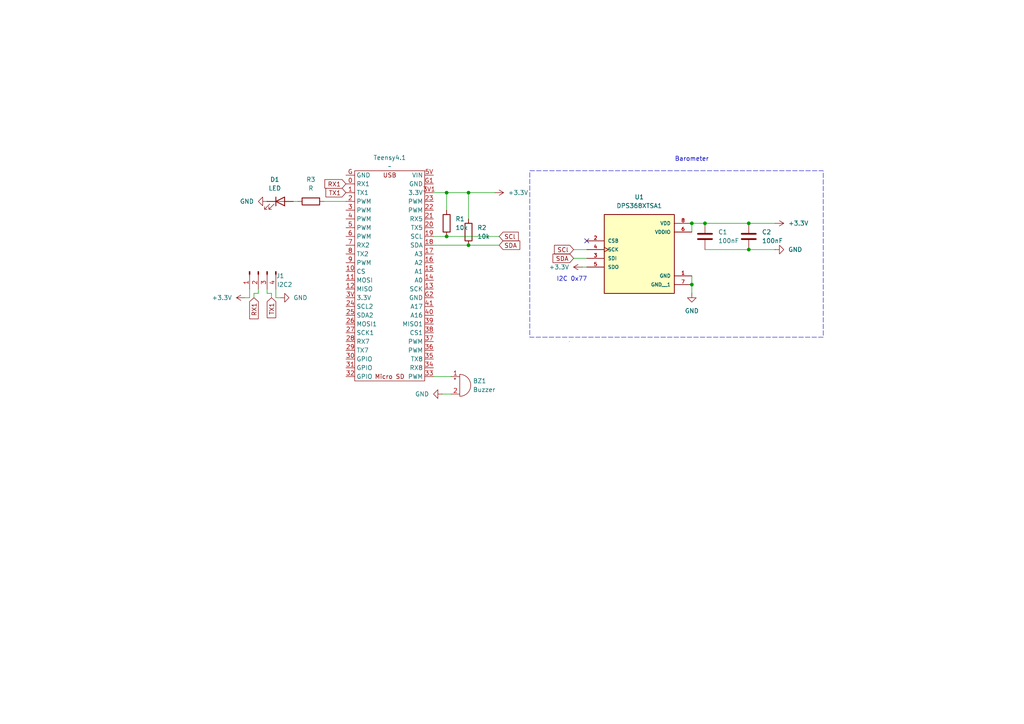
<source format=kicad_sch>
(kicad_sch (version 20250114) (generator "eeschema") (generator_version "9.0")
  (paper "A4")
  (lib_symbols
    (symbol "Connector:Conn_01x04_Pin" (pin_names (offset 1.016) (hide yes))
      (property "Reference" "J" (at 0 5.08 0))
      (property "Value" "Conn_01x04_Pin" (at 0 -7.62 0))
      (symbol "Conn_01x04_Pin_1_1"
        (rectangle (start 0.8636 2.667) (end 0 2.413) (stroke (width 0.1524)) (fill (type outline)))
        (rectangle (start 0.8636 0.127) (end 0 -0.127) (stroke (width 0.1524)) (fill (type outline)))
        (rectangle (start 0.8636 -2.413) (end 0 -2.667) (stroke (width 0.1524)) (fill (type outline)))
        (rectangle (start 0.8636 -4.953) (end 0 -5.207) (stroke (width 0.1524)) (fill (type outline)))
        (polyline (pts (xy 1.27 2.54) (xy 0.8636 2.54)) (stroke (width 0.1524)))
        (polyline (pts (xy 1.27 0) (xy 0.8636 0)) (stroke (width 0.1524)))
        (polyline (pts (xy 1.27 -2.54) (xy 0.8636 -2.54)) (stroke (width 0.1524)))
        (polyline (pts (xy 1.27 -5.08) (xy 0.8636 -5.08)) (stroke (width 0.1524)))
        (pin passive line (at 5.08 2.54 180) (length 3.81) (name "Pin_1") (number "1"))
        (pin passive line (at 5.08 0 180) (length 3.81) (name "Pin_2") (number "2"))
        (pin passive line (at 5.08 -2.54 180) (length 3.81) (name "Pin_3") (number "3"))
        (pin passive line (at 5.08 -5.08 180) (length 3.81) (name "Pin_4") (number "4"))
      )
    )
    (symbol "Device:Buzzer" (pin_names (offset 0.0254) (hide yes))
      (property "Reference" "BZ" (at 3.81 1.27 0))
      (property "Value" "Buzzer" (at 3.81 -1.27 0))
      (symbol "Buzzer_0_1"
        (polyline (pts (xy -1.651 1.905) (xy -1.143 1.905)))
        (polyline (pts (xy -1.397 2.159) (xy -1.397 1.651)))
        (arc (start 0 3.175) (mid 3.1612 0) (end 0 -3.175))
        (polyline (pts (xy 0 3.175) (xy 0 -3.175)))
      )
      (symbol "Buzzer_1_1"
        (pin passive line (at -2.54 2.54 0) (length 2.54) (name "+") (number "1"))
        (pin passive line (at -2.54 -2.54 0) (length 2.54) (name "-") (number "2"))
      )
    )
    (symbol "Device:C" (pin_numbers (hide yes)) (pin_names (offset 0.254))
      (property "Reference" "C" (at 0.635 2.54 0))
      (property "Value" "C" (at 0.635 -2.54 0))
      (symbol "C_0_1"
        (polyline (pts (xy -2.032 0.762) (xy 2.032 0.762)) (stroke (width 0.508)))
        (polyline (pts (xy -2.032 -0.762) (xy 2.032 -0.762)) (stroke (width 0.508)))
      )
      (symbol "C_1_1"
        (pin passive line (at 0 3.81 270) (length 2.794) (name "~") (number "1"))
        (pin passive line (at 0 -3.81 90) (length 2.794) (name "~") (number "2"))
      )
    )
    (symbol "Device:LED" (pin_numbers (hide yes)) (pin_names (offset 1.016) (hide yes))
      (property "Reference" "D" (at 0 2.54 0))
      (property "Value" "LED" (at 0 -2.54 0))
      (symbol "LED_0_1"
        (polyline (pts (xy -3.048 -0.762) (xy -4.572 -2.286) (xy -3.81 -2.286) (xy -4.572 -2.286) (xy -4.572 -1.524)))
        (polyline (pts (xy -1.778 -0.762) (xy -3.302 -2.286) (xy -2.54 -2.286) (xy -3.302 -2.286) (xy -3.302 -1.524)))
        (polyline (pts (xy -1.27 0) (xy 1.27 0)))
        (polyline (pts (xy -1.27 -1.27) (xy -1.27 1.27)) (stroke (width 0.254)))
        (polyline (pts (xy 1.27 -1.27) (xy 1.27 1.27) (xy -1.27 0) (xy 1.27 -1.27)) (stroke (width 0.254)))
      )
      (symbol "LED_1_1"
        (pin passive line (at -3.81 0 0) (length 2.54) (name "K") (number "1"))
        (pin passive line (at 3.81 0 180) (length 2.54) (name "A") (number "2"))
      )
    )
    (symbol "Device:R" (pin_numbers (hide yes)) (pin_names (offset 0))
      (property "Reference" "R" (at 2.032 0 90))
      (property "Value" "R" (at 0 0 90))
      (symbol "R_0_1"
        (rectangle (start -1.016 -2.54) (end 1.016 2.54) (stroke (width 0.254)))
      )
      (symbol "R_1_1"
        (pin passive line (at 0 3.81 270) (length 1.27) (name "~") (number "1"))
        (pin passive line (at 0 -3.81 90) (length 1.27) (name "~") (number "2"))
      )
    )
    (symbol "my_library:DPS368XTSA1" (pin_names (offset 1.016))
      (property "Reference" "U" (at -10.16 10.922 0))
      (property "Value" "DPS368XTSA1" (at -10.16 -15.24 0))
      (symbol "DPS368XTSA1_0_0"
        (rectangle (start -10.16 -12.7) (end 10.16 10.16) (stroke (width 0.254)) (fill (type background)))
        (pin input line (at -15.24 2.54 0) (length 5.08) (name "CSB") (number "2"))
        (pin input clock (at -15.24 0 0) (length 5.08) (name "SCK") (number "4"))
        (pin input line (at -15.24 -2.54 0) (length 5.08) (name "SDI") (number "3"))
        (pin output line (at -15.24 -5.08 0) (length 5.08) (name "SDO") (number "5"))
        (pin power_in line (at 15.24 7.62 180) (length 5.08) (name "VDD") (number "8"))
        (pin power_in line (at 15.24 5.08 180) (length 5.08) (name "VDDIO") (number "6"))
        (pin power_in line (at 15.24 -7.62 180) (length 5.08) (name "GND") (number "1"))
        (pin power_in line (at 15.24 -10.16 180) (length 5.08) (name "GND__1") (number "7"))
      )
    )
    (symbol "my_library:Teensy4.1"
      (property "Reference" "Teensy4.1" (at 0 0 90))
      (symbol "Teensy4.1_0_1"
        (rectangle (start -10.16 30.48) (end 10.16 -30.48))
      )
      (symbol "Teensy4.1_1_1"
        (text "USB" (at 0 29.21 0) (effects (font (size 1.27 1.27))))
        (text "Micro SD" (at 0 -29.21 0) (effects (font (size 1.27 1.27))))
        (pin input line (at -12.7 29.21 0) (length 2.54) (name "GND") (number "G"))
        (pin input line (at -12.7 26.67 0) (length 2.54) (name "RX1") (number "0"))
        (pin input line (at -12.7 24.13 0) (length 2.54) (name "TX1") (number "1"))
        (pin input line (at -12.7 21.59 0) (length 2.54) (name "PWM") (number "2"))
        (pin input line (at -12.7 19.05 0) (length 2.54) (name "PWM") (number "3"))
        (pin input line (at -12.7 16.51 0) (length 2.54) (name "PWM") (number "4"))
        (pin input line (at -12.7 13.97 0) (length 2.54) (name "PWM") (number "5"))
        (pin input line (at -12.7 11.43 0) (length 2.54) (name "PWM") (number "6"))
        (pin input line (at -12.7 8.89 0) (length 2.54) (name "RX2") (number "7"))
        (pin input line (at -12.7 6.35 0) (length 2.54) (name "TX2") (number "8"))
        (pin input line (at -12.7 3.81 0) (length 2.54) (name "PWM") (number "9"))
        (pin input line (at -12.7 1.27 0) (length 2.54) (name "CS") (number "10"))
        (pin input line (at -12.7 -1.27 0) (length 2.54) (name "MOSI") (number "11"))
        (pin input line (at -12.7 -3.81 0) (length 2.54) (name "MISO") (number "12"))
        (pin input line (at -12.7 -6.35 0) (length 2.54) (name "3.3V") (number "3V"))
        (pin input line (at -12.7 -8.89 0) (length 2.54) (name "SCL2") (number "24"))
        (pin input line (at -12.7 -11.43 0) (length 2.54) (name "SDA2") (number "25"))
        (pin input line (at -12.7 -13.97 0) (length 2.54) (name "MOSI1") (number "26"))
        (pin input line (at -12.7 -16.51 0) (length 2.54) (name "SCK1") (number "27"))
        (pin input line (at -12.7 -19.05 0) (length 2.54) (name "RX7") (number "28"))
        (pin input line (at -12.7 -21.59 0) (length 2.54) (name "TX7") (number "29"))
        (pin input line (at -12.7 -24.13 0) (length 2.54) (name "GPIO") (number "30"))
        (pin input line (at -12.7 -26.67 0) (length 2.54) (name "GPIO") (number "31"))
        (pin input line (at -12.7 -29.21 0) (length 2.54) (name "GPIO") (number "32"))
        (pin input line (at 12.7 29.21 180) (length 2.54) (name "VIN") (number "5V"))
        (pin input line (at 12.7 26.67 180) (length 2.54) (name "GND") (number "G1"))
        (pin input line (at 12.7 24.13 180) (length 2.54) (name "3.3V") (number "3V1"))
        (pin input line (at 12.7 21.59 180) (length 2.54) (name "PWM") (number "23"))
        (pin input line (at 12.7 19.05 180) (length 2.54) (name "PWM") (number "22"))
        (pin input line (at 12.7 16.51 180) (length 2.54) (name "RX5") (number "21"))
        (pin input line (at 12.7 13.97 180) (length 2.54) (name "TX5") (number "20"))
        (pin input line (at 12.7 11.43 180) (length 2.54) (name "SCL") (number "19"))
        (pin input line (at 12.7 8.89 180) (length 2.54) (name "SDA") (number "18"))
        (pin input line (at 12.7 6.35 180) (length 2.54) (name "A3") (number "17"))
        (pin input line (at 12.7 3.81 180) (length 2.54) (name "A2") (number "16"))
        (pin input line (at 12.7 1.27 180) (length 2.54) (name "A1") (number "15"))
        (pin input line (at 12.7 -1.27 180) (length 2.54) (name "A0") (number "14"))
        (pin input line (at 12.7 -3.81 180) (length 2.54) (name "SCK") (number "13"))
        (pin input line (at 12.7 -6.35 180) (length 2.54) (name "GND") (number "G2"))
        (pin input line (at 12.7 -8.89 180) (length 2.54) (name "A17") (number "41"))
        (pin input line (at 12.7 -11.43 180) (length 2.54) (name "A16") (number "40"))
        (pin input line (at 12.7 -13.97 180) (length 2.54) (name "MISO1") (number "39"))
        (pin input line (at 12.7 -16.51 180) (length 2.54) (name "CS1") (number "38"))
        (pin input line (at 12.7 -19.05 180) (length 2.54) (name "PWM") (number "37"))
        (pin input line (at 12.7 -21.59 180) (length 2.54) (name "PWM") (number "36"))
        (pin input line (at 12.7 -24.13 180) (length 2.54) (name "TX8") (number "35"))
        (pin input line (at 12.7 -26.67 180) (length 2.54) (name "RX8") (number "34"))
        (pin input line (at 12.7 -29.21 180) (length 2.54) (name "PWM") (number "33"))
      )
    )
    (symbol "power:+3.3V" (power) (pin_numbers (hide yes)) (pin_names (offset 0) (hide yes))
      (property "Value" "+3.3V" (at 0 3.556 0))
      (symbol "+3.3V_0_1"
        (polyline (pts (xy -0.762 1.27) (xy 0 2.54)))
        (polyline (pts (xy 0 2.54) (xy 0.762 1.27)))
        (polyline (pts (xy 0 0) (xy 0 2.54)))
      )
      (symbol "+3.3V_1_1"
        (pin power_in line (at 0 0 90) (length 0) (name "~") (number "1"))
      )
    )
    (symbol "power:GND" (power) (pin_numbers (hide yes)) (pin_names (offset 0) (hide yes))
      (property "Value" "GND" (at 0 -3.81 0))
      (symbol "GND_0_1"
        (polyline (pts (xy 0 0) (xy 0 -1.27) (xy 1.27 -1.27) (xy 0 -2.54) (xy -1.27 -1.27) (xy 0 -1.27)))
      )
      (symbol "GND_1_1"
        (pin power_in line (at 0 0 270) (length 0) (name "~") (number "1"))
      )
    )
  )
  (rectangle (start 165.1 99.06) (end 165.1 99.06))
  (rectangle (start 153.67 49.53) (end 238.76 97.79) (stroke (width 0.127) (type dash)))
  (text "Barometer" (at 200.66 46.228 0) (effects (font (size 1.27 1.27))))
  (text "I2C 0x77" (at 165.862 81.026 0) (effects (font (size 1.27 1.27))))
  (junction (at 217.17 72.39))
  (junction (at 200.66 82.55))
  (junction (at 129.54 68.58))
  (junction (at 135.89 71.12))
  (junction (at 217.17 64.77))
  (junction (at 135.89 55.88))
  (junction (at 200.66 64.77))
  (junction (at 204.47 64.77))
  (junction (at 129.54 55.88))
  (no_connect (at 170.18 69.85))
  (wire (pts (xy 135.89 71.12) (xy 125.73 71.12)))
  (wire (pts (xy 74.93 85.09) (xy 74.93 83.82)))
  (wire (pts (xy 166.37 74.93) (xy 170.18 74.93)))
  (wire (pts (xy 129.54 68.58) (xy 125.73 68.58)))
  (wire (pts (xy 217.17 72.39) (xy 224.79 72.39)))
  (wire (pts (xy 72.39 83.82) (xy 72.39 86.36)))
  (wire (pts (xy 135.89 55.88) (xy 143.51 55.88)))
  (wire (pts (xy 78.74 85.09) (xy 78.74 86.36)))
  (wire (pts (xy 125.73 109.22) (xy 130.81 109.22)))
  (wire (pts (xy 73.66 85.09) (xy 74.93 85.09)))
  (wire (pts (xy 200.66 82.55) (xy 200.66 85.09)))
  (wire (pts (xy 71.12 86.36) (xy 72.39 86.36)))
  (wire (pts (xy 128.27 114.3) (xy 130.81 114.3)))
  (wire (pts (xy 135.89 55.88) (xy 135.89 63.5)))
  (wire (pts (xy 200.66 80.01) (xy 200.66 82.55)))
  (wire (pts (xy 217.17 64.77) (xy 224.79 64.77)))
  (wire (pts (xy 85.09 58.42) (xy 86.36 58.42)))
  (wire (pts (xy 93.98 58.42) (xy 100.33 58.42)))
  (wire (pts (xy 77.47 85.09) (xy 78.74 85.09)))
  (wire (pts (xy 129.54 55.88) (xy 135.89 55.88)))
  (wire (pts (xy 144.78 68.58) (xy 129.54 68.58)))
  (wire (pts (xy 168.91 77.47) (xy 170.18 77.47)))
  (wire (pts (xy 144.78 71.12) (xy 135.89 71.12)))
  (wire (pts (xy 200.66 64.77) (xy 200.66 67.31)))
  (wire (pts (xy 80.01 86.36) (xy 81.28 86.36)))
  (wire (pts (xy 73.66 85.09) (xy 73.66 86.36)))
  (wire (pts (xy 166.37 72.39) (xy 170.18 72.39)))
  (wire (pts (xy 204.47 64.77) (xy 217.17 64.77)))
  (wire (pts (xy 200.66 64.77) (xy 204.47 64.77)))
  (wire (pts (xy 125.73 55.88) (xy 129.54 55.88)))
  (wire (pts (xy 129.54 60.96) (xy 129.54 55.88)))
  (wire (pts (xy 204.47 72.39) (xy 217.17 72.39)))
  (wire (pts (xy 77.47 83.82) (xy 77.47 85.09)))
  (wire (pts (xy 80.01 83.82) (xy 80.01 86.36)))
  (global_label "TX1" (shape input) (at 78.74 86.36 270) (property "Intersheetrefs" "${INTERSHEET_REFS}" (effects (hide yes))))
  (global_label "RX1" (shape input) (at 73.66 86.36 270) (property "Intersheetrefs" "${INTERSHEET_REFS}" (effects (hide yes))))
  (global_label "TX1" (shape input) (at 100.33 55.88 180) (property "Intersheetrefs" "${INTERSHEET_REFS}" (effects (hide yes))))
  (global_label "SDA" (shape input) (at 144.78 71.12 0) (property "Intersheetrefs" "${INTERSHEET_REFS}" (effects (hide yes))))
  (global_label "SDA" (shape input) (at 166.37 74.93 180) (property "Intersheetrefs" "${INTERSHEET_REFS}" (effects (hide yes))))
  (global_label "RX1" (shape input) (at 100.33 53.34 180) (property "Intersheetrefs" "${INTERSHEET_REFS}" (effects (hide yes))))
  (global_label "SCl" (shape input) (at 144.78 68.58 0) (property "Intersheetrefs" "${INTERSHEET_REFS}" (effects (hide yes))))
  (global_label "SCl" (shape input) (at 166.37 72.39 180) (property "Intersheetrefs" "${INTERSHEET_REFS}" (effects (hide yes))))
  (symbol (lib_id "power:+3.3V") (at 71.12 86.36 90) (unit 1)
    (property "Reference" "#PWR08" (effects (hide yes)))
    (property "Value" "+3.3V" (at 67.31 86.3599 90) (effects (justify left)))
    (property "Description" "Power symbol creates a global label with name \"+3.3V\"" (effects (hide yes)))
  )
  (symbol (lib_id "power:+3.3V") (at 168.91 77.47 90) (unit 1)
    (property "Reference" "#PWR05" (effects (hide yes)))
    (property "Value" "+3.3V" (at 165.1 77.4699 90) (effects (justify left)))
    (property "Description" "Power symbol creates a global label with name \"+3.3V\"" (effects (hide yes)))
  )
  (symbol (lib_id "my_library:DPS368XTSA1") (at 185.42 72.39 0) (unit 1)
    (property "Reference" "U1" (at 185.42 57.15 0))
    (property "Value" "DPS368XTSA1" (at 185.42 59.69 0))
    (property "Footprint" "DPS368XTSA1:XDCR_DPS368XTSA1" (effects (hide yes)))
    (property "MF" "Infineon Technologies" (effects (hide yes)))
    (property "DESCRIPTION" "Package dimensions: 8-pin LGA, 2.0 x 2.5 x 1.1 mm3 | Operation range: Pressure: 3001200 hPa Temperature: -4085C | Precision: 0.002 hPa _or 0.02 m_ | Rel. accuracy: 0.06 hPa _or 0.5 m_ | Abs. accuracy: 1 hPa _or 8 m_ | Temperature accuracy: 0.5C | Avg. current consumption: 1.7 A_pressure measurement_ @1Hzsampling rate, standby: 0.5 A. | Integrated FIFO | Interface: I2C and SPI_both with optional interrupt_" (effects (hide yes)))
    (property "PACKAGE" "VFLGA-8 Infineon Technologies" (effects (hide yes)))
    (property "PRICE" "None" (effects (hide yes)))
    (property "MP" "DPS368XTSA1" (effects (hide yes)))
    (property "AVAILABILITY" "Unavailable" (effects (hide yes)))
  )
  (symbol (lib_id "power:GND") (at 81.28 86.36 90) (unit 1)
    (property "Reference" "#PWR09" (effects (hide yes)))
    (property "Value" "GND" (at 85.09 86.3599 90) (effects (justify right)))
    (property "Description" "Power symbol creates a global label with name \"GND\" , ground" (effects (hide yes)))
  )
  (symbol (lib_id "Device:LED") (at 81.28 58.42 0) (unit 1)
    (property "Reference" "D1" (at 79.6925 52.07 0))
    (property "Value" "LED" (at 79.6925 54.61 0))
    (property "Description" "Light emitting diode" (effects (hide yes)))
    (property "Sim.Pins" "1=K 2=A" (effects (hide yes)))
  )
  (symbol (lib_id "power:+3.3V") (at 224.79 64.77 270) (unit 1)
    (property "Reference" "#PWR02" (effects (hide yes)))
    (property "Value" "+3.3V" (at 228.6 64.7699 90) (effects (justify left)))
    (property "Description" "Power symbol creates a global label with name \"+3.3V\"" (effects (hide yes)))
  )
  (symbol (lib_id "power:GND") (at 128.27 114.3 270) (unit 1)
    (property "Reference" "#PWR06" (effects (hide yes)))
    (property "Value" "GND" (at 124.46 114.2999 90) (effects (justify right)))
    (property "Description" "Power symbol creates a global label with name \"GND\" , ground" (effects (hide yes)))
  )
  (symbol (lib_id "power:+3.3V") (at 143.51 55.88 270) (unit 1)
    (property "Reference" "#PWR07" (effects (hide yes)))
    (property "Value" "+3.3V" (at 147.32 55.8799 90) (effects (justify left)))
    (property "Description" "Power symbol creates a global label with name \"+3.3V\"" (effects (hide yes)))
  )
  (symbol (lib_id "Device:C") (at 217.17 68.58 0) (unit 1)
    (property "Reference" "C2" (at 220.98 67.3099 0) (effects (justify left)))
    (property "Value" "100nF" (at 220.98 69.8499 0) (effects (justify left)))
    (property "Description" "Unpolarized capacitor" (effects (hide yes)))
  )
  (symbol (lib_id "Device:R") (at 129.54 64.77 0) (unit 1)
    (property "Reference" "R1" (at 132.08 63.4999 0) (effects (justify left)))
    (property "Value" "10k" (at 132.08 66.0399 0) (effects (justify left)))
    (property "Description" "Resistor" (effects (hide yes)))
  )
  (symbol (lib_id "power:GND") (at 224.79 72.39 90) (unit 1)
    (property "Reference" "#PWR03" (effects (hide yes)))
    (property "Value" "GND" (at 228.6 72.3899 90) (effects (justify right)))
    (property "Description" "Power symbol creates a global label with name \"GND\" , ground" (effects (hide yes)))
  )
  (symbol (lib_id "Device:R") (at 135.89 67.31 0) (unit 1)
    (property "Reference" "R2" (at 138.43 66.0399 0) (effects (justify left)))
    (property "Value" "10k" (at 138.43 68.5799 0) (effects (justify left)))
    (property "Description" "Resistor" (effects (hide yes)))
  )
  (symbol (lib_id "Device:Buzzer") (at 133.35 111.76 0) (unit 1)
    (property "Reference" "BZ1" (at 137.16 110.4899 0) (effects (justify left)))
    (property "Value" "Buzzer" (at 137.16 113.0299 0) (effects (justify left)))
    (property "Description" "Buzzer, polarized" (effects (hide yes)))
  )
  (symbol (lib_id "my_library:Teensy4.1") (at 113.03 80.01 0) (unit 1)
    (property "Reference" "Teensy4.1" (at 113.03 45.72 0))
    (property "Value" "~" (at 113.03 48.26 0))
  )
  (symbol (lib_id "Device:R") (at 90.17 58.42 90) (unit 1)
    (property "Reference" "R3" (at 90.17 52.07 90))
    (property "Value" "R" (at 90.17 54.61 90))
    (property "Description" "Resistor" (effects (hide yes)))
  )
  (symbol (lib_id "power:GND") (at 77.47 58.42 270) (unit 1)
    (property "Reference" "#PWR01" (effects (hide yes)))
    (property "Value" "GND" (at 73.66 58.4199 90) (effects (justify right)))
    (property "Description" "Power symbol creates a global label with name \"GND\" , ground" (effects (hide yes)))
  )
  (symbol (lib_id "Connector:Conn_01x04_Pin") (at 74.93 78.74 90) (mirror x) (unit 1)
    (property "Reference" "J1" (at 81.28 80.01 90))
    (property "Value" "I2C2" (at 82.55 82.55 90))
    (property "Footprint" "Connector_PinHeader_2.54mm:PinHeader_1x04_P2.54mm_Vertical" (effects (hide yes)))
    (property "Description" "Generic connector, single row, 01x04, script generated" (effects (hide yes)))
  )
  (symbol (lib_id "power:GND") (at 200.66 85.09 0) (unit 1)
    (property "Reference" "#PWR04" (effects (hide yes)))
    (property "Value" "GND" (at 200.66 90.17 0))
    (property "Description" "Power symbol creates a global label with name \"GND\" , ground" (effects (hide yes)))
  )
  (symbol (lib_id "Device:C") (at 204.47 68.58 0) (unit 1)
    (property "Reference" "C1" (at 208.28 67.3099 0) (effects (justify left)))
    (property "Value" "100nF" (at 208.28 69.8499 0) (effects (justify left)))
    (property "Description" "Unpolarized capacitor" (effects (hide yes)))
  )
)
</source>
